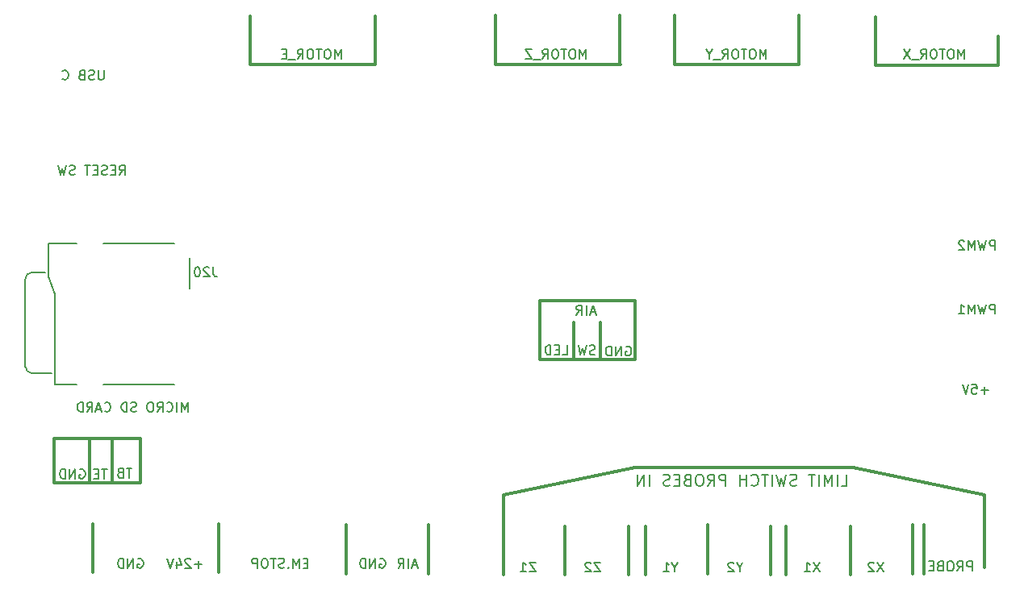
<source format=gbr>
%TF.GenerationSoftware,KiCad,Pcbnew,9.0.1-9.0.1-0~ubuntu24.04.1*%
%TF.CreationDate,2025-04-30T23:19:22+03:00*%
%TF.ProjectId,HYB_ESPA,4859425f-4553-4504-912e-6b696361645f,V_0.1b*%
%TF.SameCoordinates,PX5f5e100PY5f5e100*%
%TF.FileFunction,Legend,Bot*%
%TF.FilePolarity,Positive*%
%FSLAX46Y46*%
G04 Gerber Fmt 4.6, Leading zero omitted, Abs format (unit mm)*
G04 Created by KiCad (PCBNEW 9.0.1-9.0.1-0~ubuntu24.04.1) date 2025-04-30 23:19:22*
%MOMM*%
%LPD*%
G01*
G04 APERTURE LIST*
%ADD10C,0.300000*%
%ADD11C,0.200000*%
G04 APERTURE END LIST*
D10*
X98300000Y8600000D02*
X84500000Y11500000D01*
X90800000Y350000D02*
X90800000Y5450000D01*
X47900000Y250000D02*
X47900000Y8600000D01*
X60100000Y53850000D02*
X60100000Y58950000D01*
X84300000Y250000D02*
X84300000Y5350000D01*
X700000Y14500000D02*
X9800000Y14500000D01*
X9800000Y9900000D01*
X700000Y9900000D01*
X700000Y14500000D01*
X69300000Y350000D02*
X69300000Y5450000D01*
X54300000Y250000D02*
X54300000Y5350000D01*
X34400000Y53800000D02*
X34400000Y58900000D01*
X98300000Y1000000D02*
X98300000Y8600000D01*
X62800000Y250000D02*
X62800000Y5350000D01*
X4800000Y450000D02*
X4800000Y5550000D01*
X60150000Y53850000D02*
X47050000Y53850000D01*
X61000000Y250000D02*
X61000000Y5350000D01*
X99800000Y53750000D02*
X86900000Y53750000D01*
X84500000Y11500000D02*
X61700000Y11500000D01*
X34400000Y53800000D02*
X21300000Y53800000D01*
X99800000Y53750000D02*
X99800000Y56800000D01*
X47000000Y53850000D02*
X47000000Y58950000D01*
X55200000Y22800000D02*
X55200000Y26700000D01*
X58000000Y22800000D02*
X58000000Y26700000D01*
X31400000Y350000D02*
X31400000Y5450000D01*
X47900000Y8600000D02*
X61700000Y11500000D01*
X18000000Y450000D02*
X18000000Y5550000D01*
X4400000Y9900000D02*
X4400000Y14300000D01*
X75900000Y250000D02*
X75900000Y5350000D01*
X77500000Y250000D02*
X77500000Y5350000D01*
X78900000Y53850000D02*
X65800000Y53850000D01*
X86900000Y53750000D02*
X86900000Y58850000D01*
X21300000Y53800000D02*
X21300000Y58900000D01*
X40000000Y350000D02*
X40000000Y5450000D01*
X92000000Y350000D02*
X92000000Y5450000D01*
X65800000Y53850000D02*
X65800000Y58950000D01*
X51700000Y29000000D02*
X61700000Y29000000D01*
X61700000Y22800000D01*
X51700000Y22800000D01*
X51700000Y29000000D01*
X6800000Y9900000D02*
X6800000Y14300000D01*
X78900000Y53850000D02*
X78900000Y58950000D01*
D11*
X51225564Y1532781D02*
X50558898Y1532781D01*
X50558898Y1532781D02*
X51225564Y532781D01*
X51225564Y532781D02*
X50558898Y532781D01*
X49654136Y532781D02*
X50225564Y532781D01*
X49939850Y532781D02*
X49939850Y1532781D01*
X49939850Y1532781D02*
X50035088Y1389924D01*
X50035088Y1389924D02*
X50130326Y1294686D01*
X50130326Y1294686D02*
X50225564Y1247067D01*
X60706517Y24185162D02*
X60801755Y24232781D01*
X60801755Y24232781D02*
X60944612Y24232781D01*
X60944612Y24232781D02*
X61087469Y24185162D01*
X61087469Y24185162D02*
X61182707Y24089924D01*
X61182707Y24089924D02*
X61230326Y23994686D01*
X61230326Y23994686D02*
X61277945Y23804210D01*
X61277945Y23804210D02*
X61277945Y23661353D01*
X61277945Y23661353D02*
X61230326Y23470877D01*
X61230326Y23470877D02*
X61182707Y23375639D01*
X61182707Y23375639D02*
X61087469Y23280400D01*
X61087469Y23280400D02*
X60944612Y23232781D01*
X60944612Y23232781D02*
X60849374Y23232781D01*
X60849374Y23232781D02*
X60706517Y23280400D01*
X60706517Y23280400D02*
X60658898Y23328020D01*
X60658898Y23328020D02*
X60658898Y23661353D01*
X60658898Y23661353D02*
X60849374Y23661353D01*
X60230326Y23232781D02*
X60230326Y24232781D01*
X60230326Y24232781D02*
X59658898Y23232781D01*
X59658898Y23232781D02*
X59658898Y24232781D01*
X59182707Y23232781D02*
X59182707Y24232781D01*
X59182707Y24232781D02*
X58944612Y24232781D01*
X58944612Y24232781D02*
X58801755Y24185162D01*
X58801755Y24185162D02*
X58706517Y24089924D01*
X58706517Y24089924D02*
X58658898Y23994686D01*
X58658898Y23994686D02*
X58611279Y23804210D01*
X58611279Y23804210D02*
X58611279Y23661353D01*
X58611279Y23661353D02*
X58658898Y23470877D01*
X58658898Y23470877D02*
X58706517Y23375639D01*
X58706517Y23375639D02*
X58801755Y23280400D01*
X58801755Y23280400D02*
X58944612Y23232781D01*
X58944612Y23232781D02*
X59182707Y23232781D01*
X54054136Y23332781D02*
X54530326Y23332781D01*
X54530326Y23332781D02*
X54530326Y24332781D01*
X53720802Y23856591D02*
X53387469Y23856591D01*
X53244612Y23332781D02*
X53720802Y23332781D01*
X53720802Y23332781D02*
X53720802Y24332781D01*
X53720802Y24332781D02*
X53244612Y24332781D01*
X52816040Y23332781D02*
X52816040Y24332781D01*
X52816040Y24332781D02*
X52577945Y24332781D01*
X52577945Y24332781D02*
X52435088Y24285162D01*
X52435088Y24285162D02*
X52339850Y24189924D01*
X52339850Y24189924D02*
X52292231Y24094686D01*
X52292231Y24094686D02*
X52244612Y23904210D01*
X52244612Y23904210D02*
X52244612Y23761353D01*
X52244612Y23761353D02*
X52292231Y23570877D01*
X52292231Y23570877D02*
X52339850Y23475639D01*
X52339850Y23475639D02*
X52435088Y23380400D01*
X52435088Y23380400D02*
X52577945Y23332781D01*
X52577945Y23332781D02*
X52816040Y23332781D01*
X34906517Y1885162D02*
X35001755Y1932781D01*
X35001755Y1932781D02*
X35144612Y1932781D01*
X35144612Y1932781D02*
X35287469Y1885162D01*
X35287469Y1885162D02*
X35382707Y1789924D01*
X35382707Y1789924D02*
X35430326Y1694686D01*
X35430326Y1694686D02*
X35477945Y1504210D01*
X35477945Y1504210D02*
X35477945Y1361353D01*
X35477945Y1361353D02*
X35430326Y1170877D01*
X35430326Y1170877D02*
X35382707Y1075639D01*
X35382707Y1075639D02*
X35287469Y980400D01*
X35287469Y980400D02*
X35144612Y932781D01*
X35144612Y932781D02*
X35049374Y932781D01*
X35049374Y932781D02*
X34906517Y980400D01*
X34906517Y980400D02*
X34858898Y1028020D01*
X34858898Y1028020D02*
X34858898Y1361353D01*
X34858898Y1361353D02*
X35049374Y1361353D01*
X34430326Y932781D02*
X34430326Y1932781D01*
X34430326Y1932781D02*
X33858898Y932781D01*
X33858898Y932781D02*
X33858898Y1932781D01*
X33382707Y932781D02*
X33382707Y1932781D01*
X33382707Y1932781D02*
X33144612Y1932781D01*
X33144612Y1932781D02*
X33001755Y1885162D01*
X33001755Y1885162D02*
X32906517Y1789924D01*
X32906517Y1789924D02*
X32858898Y1694686D01*
X32858898Y1694686D02*
X32811279Y1504210D01*
X32811279Y1504210D02*
X32811279Y1361353D01*
X32811279Y1361353D02*
X32858898Y1170877D01*
X32858898Y1170877D02*
X32906517Y1075639D01*
X32906517Y1075639D02*
X33001755Y980400D01*
X33001755Y980400D02*
X33144612Y932781D01*
X33144612Y932781D02*
X33382707Y932781D01*
X81025564Y1532781D02*
X80358898Y532781D01*
X80358898Y1532781D02*
X81025564Y532781D01*
X79454136Y532781D02*
X80025564Y532781D01*
X79739850Y532781D02*
X79739850Y1532781D01*
X79739850Y1532781D02*
X79835088Y1389924D01*
X79835088Y1389924D02*
X79930326Y1294686D01*
X79930326Y1294686D02*
X80025564Y1247067D01*
X57477945Y27818496D02*
X57001755Y27818496D01*
X57573183Y27532781D02*
X57239850Y28532781D01*
X57239850Y28532781D02*
X56906517Y27532781D01*
X56573183Y27532781D02*
X56573183Y28532781D01*
X55525565Y27532781D02*
X55858898Y28008972D01*
X56096993Y27532781D02*
X56096993Y28532781D01*
X56096993Y28532781D02*
X55716041Y28532781D01*
X55716041Y28532781D02*
X55620803Y28485162D01*
X55620803Y28485162D02*
X55573184Y28437543D01*
X55573184Y28437543D02*
X55525565Y28342305D01*
X55525565Y28342305D02*
X55525565Y28199448D01*
X55525565Y28199448D02*
X55573184Y28104210D01*
X55573184Y28104210D02*
X55620803Y28056591D01*
X55620803Y28056591D02*
X55716041Y28008972D01*
X55716041Y28008972D02*
X56096993Y28008972D01*
X65839850Y1008972D02*
X65839850Y532781D01*
X66173183Y1532781D02*
X65839850Y1008972D01*
X65839850Y1008972D02*
X65506517Y1532781D01*
X64649374Y532781D02*
X65220802Y532781D01*
X64935088Y532781D02*
X64935088Y1532781D01*
X64935088Y1532781D02*
X65030326Y1389924D01*
X65030326Y1389924D02*
X65125564Y1294686D01*
X65125564Y1294686D02*
X65220802Y1247067D01*
X57477945Y23380400D02*
X57335088Y23332781D01*
X57335088Y23332781D02*
X57096993Y23332781D01*
X57096993Y23332781D02*
X57001755Y23380400D01*
X57001755Y23380400D02*
X56954136Y23428020D01*
X56954136Y23428020D02*
X56906517Y23523258D01*
X56906517Y23523258D02*
X56906517Y23618496D01*
X56906517Y23618496D02*
X56954136Y23713734D01*
X56954136Y23713734D02*
X57001755Y23761353D01*
X57001755Y23761353D02*
X57096993Y23808972D01*
X57096993Y23808972D02*
X57287469Y23856591D01*
X57287469Y23856591D02*
X57382707Y23904210D01*
X57382707Y23904210D02*
X57430326Y23951829D01*
X57430326Y23951829D02*
X57477945Y24047067D01*
X57477945Y24047067D02*
X57477945Y24142305D01*
X57477945Y24142305D02*
X57430326Y24237543D01*
X57430326Y24237543D02*
X57382707Y24285162D01*
X57382707Y24285162D02*
X57287469Y24332781D01*
X57287469Y24332781D02*
X57049374Y24332781D01*
X57049374Y24332781D02*
X56906517Y24285162D01*
X56573183Y24332781D02*
X56335088Y23332781D01*
X56335088Y23332781D02*
X56144612Y24047067D01*
X56144612Y24047067D02*
X55954136Y23332781D01*
X55954136Y23332781D02*
X55716041Y24332781D01*
X38777945Y1218496D02*
X38301755Y1218496D01*
X38873183Y932781D02*
X38539850Y1932781D01*
X38539850Y1932781D02*
X38206517Y932781D01*
X37873183Y932781D02*
X37873183Y1932781D01*
X36825565Y932781D02*
X37158898Y1408972D01*
X37396993Y932781D02*
X37396993Y1932781D01*
X37396993Y1932781D02*
X37016041Y1932781D01*
X37016041Y1932781D02*
X36920803Y1885162D01*
X36920803Y1885162D02*
X36873184Y1837543D01*
X36873184Y1837543D02*
X36825565Y1742305D01*
X36825565Y1742305D02*
X36825565Y1599448D01*
X36825565Y1599448D02*
X36873184Y1504210D01*
X36873184Y1504210D02*
X36920803Y1456591D01*
X36920803Y1456591D02*
X37016041Y1408972D01*
X37016041Y1408972D02*
X37396993Y1408972D01*
X8873183Y11432781D02*
X8301755Y11432781D01*
X8587469Y10432781D02*
X8587469Y11432781D01*
X7635088Y10956591D02*
X7492231Y10908972D01*
X7492231Y10908972D02*
X7444612Y10861353D01*
X7444612Y10861353D02*
X7396993Y10766115D01*
X7396993Y10766115D02*
X7396993Y10623258D01*
X7396993Y10623258D02*
X7444612Y10528020D01*
X7444612Y10528020D02*
X7492231Y10480400D01*
X7492231Y10480400D02*
X7587469Y10432781D01*
X7587469Y10432781D02*
X7968421Y10432781D01*
X7968421Y10432781D02*
X7968421Y11432781D01*
X7968421Y11432781D02*
X7635088Y11432781D01*
X7635088Y11432781D02*
X7539850Y11385162D01*
X7539850Y11385162D02*
X7492231Y11337543D01*
X7492231Y11337543D02*
X7444612Y11242305D01*
X7444612Y11242305D02*
X7444612Y11147067D01*
X7444612Y11147067D02*
X7492231Y11051829D01*
X7492231Y11051829D02*
X7539850Y11004210D01*
X7539850Y11004210D02*
X7635088Y10956591D01*
X7635088Y10956591D02*
X7968421Y10956591D01*
X3406517Y11285162D02*
X3501755Y11332781D01*
X3501755Y11332781D02*
X3644612Y11332781D01*
X3644612Y11332781D02*
X3787469Y11285162D01*
X3787469Y11285162D02*
X3882707Y11189924D01*
X3882707Y11189924D02*
X3930326Y11094686D01*
X3930326Y11094686D02*
X3977945Y10904210D01*
X3977945Y10904210D02*
X3977945Y10761353D01*
X3977945Y10761353D02*
X3930326Y10570877D01*
X3930326Y10570877D02*
X3882707Y10475639D01*
X3882707Y10475639D02*
X3787469Y10380400D01*
X3787469Y10380400D02*
X3644612Y10332781D01*
X3644612Y10332781D02*
X3549374Y10332781D01*
X3549374Y10332781D02*
X3406517Y10380400D01*
X3406517Y10380400D02*
X3358898Y10428020D01*
X3358898Y10428020D02*
X3358898Y10761353D01*
X3358898Y10761353D02*
X3549374Y10761353D01*
X2930326Y10332781D02*
X2930326Y11332781D01*
X2930326Y11332781D02*
X2358898Y10332781D01*
X2358898Y10332781D02*
X2358898Y11332781D01*
X1882707Y10332781D02*
X1882707Y11332781D01*
X1882707Y11332781D02*
X1644612Y11332781D01*
X1644612Y11332781D02*
X1501755Y11285162D01*
X1501755Y11285162D02*
X1406517Y11189924D01*
X1406517Y11189924D02*
X1358898Y11094686D01*
X1358898Y11094686D02*
X1311279Y10904210D01*
X1311279Y10904210D02*
X1311279Y10761353D01*
X1311279Y10761353D02*
X1358898Y10570877D01*
X1358898Y10570877D02*
X1406517Y10475639D01*
X1406517Y10475639D02*
X1501755Y10380400D01*
X1501755Y10380400D02*
X1644612Y10332781D01*
X1644612Y10332781D02*
X1882707Y10332781D01*
X30830326Y54432781D02*
X30830326Y55432781D01*
X30830326Y55432781D02*
X30496993Y54718496D01*
X30496993Y54718496D02*
X30163660Y55432781D01*
X30163660Y55432781D02*
X30163660Y54432781D01*
X29496993Y55432781D02*
X29306517Y55432781D01*
X29306517Y55432781D02*
X29211279Y55385162D01*
X29211279Y55385162D02*
X29116041Y55289924D01*
X29116041Y55289924D02*
X29068422Y55099448D01*
X29068422Y55099448D02*
X29068422Y54766115D01*
X29068422Y54766115D02*
X29116041Y54575639D01*
X29116041Y54575639D02*
X29211279Y54480400D01*
X29211279Y54480400D02*
X29306517Y54432781D01*
X29306517Y54432781D02*
X29496993Y54432781D01*
X29496993Y54432781D02*
X29592231Y54480400D01*
X29592231Y54480400D02*
X29687469Y54575639D01*
X29687469Y54575639D02*
X29735088Y54766115D01*
X29735088Y54766115D02*
X29735088Y55099448D01*
X29735088Y55099448D02*
X29687469Y55289924D01*
X29687469Y55289924D02*
X29592231Y55385162D01*
X29592231Y55385162D02*
X29496993Y55432781D01*
X28782707Y55432781D02*
X28211279Y55432781D01*
X28496993Y54432781D02*
X28496993Y55432781D01*
X27687469Y55432781D02*
X27496993Y55432781D01*
X27496993Y55432781D02*
X27401755Y55385162D01*
X27401755Y55385162D02*
X27306517Y55289924D01*
X27306517Y55289924D02*
X27258898Y55099448D01*
X27258898Y55099448D02*
X27258898Y54766115D01*
X27258898Y54766115D02*
X27306517Y54575639D01*
X27306517Y54575639D02*
X27401755Y54480400D01*
X27401755Y54480400D02*
X27496993Y54432781D01*
X27496993Y54432781D02*
X27687469Y54432781D01*
X27687469Y54432781D02*
X27782707Y54480400D01*
X27782707Y54480400D02*
X27877945Y54575639D01*
X27877945Y54575639D02*
X27925564Y54766115D01*
X27925564Y54766115D02*
X27925564Y55099448D01*
X27925564Y55099448D02*
X27877945Y55289924D01*
X27877945Y55289924D02*
X27782707Y55385162D01*
X27782707Y55385162D02*
X27687469Y55432781D01*
X26258898Y54432781D02*
X26592231Y54908972D01*
X26830326Y54432781D02*
X26830326Y55432781D01*
X26830326Y55432781D02*
X26449374Y55432781D01*
X26449374Y55432781D02*
X26354136Y55385162D01*
X26354136Y55385162D02*
X26306517Y55337543D01*
X26306517Y55337543D02*
X26258898Y55242305D01*
X26258898Y55242305D02*
X26258898Y55099448D01*
X26258898Y55099448D02*
X26306517Y55004210D01*
X26306517Y55004210D02*
X26354136Y54956591D01*
X26354136Y54956591D02*
X26449374Y54908972D01*
X26449374Y54908972D02*
X26830326Y54908972D01*
X26068422Y54337543D02*
X25306517Y54337543D01*
X25068421Y54956591D02*
X24735088Y54956591D01*
X24592231Y54432781D02*
X25068421Y54432781D01*
X25068421Y54432781D02*
X25068421Y55432781D01*
X25068421Y55432781D02*
X24592231Y55432781D01*
X7558898Y42232781D02*
X7892231Y42708972D01*
X8130326Y42232781D02*
X8130326Y43232781D01*
X8130326Y43232781D02*
X7749374Y43232781D01*
X7749374Y43232781D02*
X7654136Y43185162D01*
X7654136Y43185162D02*
X7606517Y43137543D01*
X7606517Y43137543D02*
X7558898Y43042305D01*
X7558898Y43042305D02*
X7558898Y42899448D01*
X7558898Y42899448D02*
X7606517Y42804210D01*
X7606517Y42804210D02*
X7654136Y42756591D01*
X7654136Y42756591D02*
X7749374Y42708972D01*
X7749374Y42708972D02*
X8130326Y42708972D01*
X7130326Y42756591D02*
X6796993Y42756591D01*
X6654136Y42232781D02*
X7130326Y42232781D01*
X7130326Y42232781D02*
X7130326Y43232781D01*
X7130326Y43232781D02*
X6654136Y43232781D01*
X6273183Y42280400D02*
X6130326Y42232781D01*
X6130326Y42232781D02*
X5892231Y42232781D01*
X5892231Y42232781D02*
X5796993Y42280400D01*
X5796993Y42280400D02*
X5749374Y42328020D01*
X5749374Y42328020D02*
X5701755Y42423258D01*
X5701755Y42423258D02*
X5701755Y42518496D01*
X5701755Y42518496D02*
X5749374Y42613734D01*
X5749374Y42613734D02*
X5796993Y42661353D01*
X5796993Y42661353D02*
X5892231Y42708972D01*
X5892231Y42708972D02*
X6082707Y42756591D01*
X6082707Y42756591D02*
X6177945Y42804210D01*
X6177945Y42804210D02*
X6225564Y42851829D01*
X6225564Y42851829D02*
X6273183Y42947067D01*
X6273183Y42947067D02*
X6273183Y43042305D01*
X6273183Y43042305D02*
X6225564Y43137543D01*
X6225564Y43137543D02*
X6177945Y43185162D01*
X6177945Y43185162D02*
X6082707Y43232781D01*
X6082707Y43232781D02*
X5844612Y43232781D01*
X5844612Y43232781D02*
X5701755Y43185162D01*
X5273183Y42756591D02*
X4939850Y42756591D01*
X4796993Y42232781D02*
X5273183Y42232781D01*
X5273183Y42232781D02*
X5273183Y43232781D01*
X5273183Y43232781D02*
X4796993Y43232781D01*
X4511278Y43232781D02*
X3939850Y43232781D01*
X4225564Y42232781D02*
X4225564Y43232781D01*
X2892230Y42280400D02*
X2749373Y42232781D01*
X2749373Y42232781D02*
X2511278Y42232781D01*
X2511278Y42232781D02*
X2416040Y42280400D01*
X2416040Y42280400D02*
X2368421Y42328020D01*
X2368421Y42328020D02*
X2320802Y42423258D01*
X2320802Y42423258D02*
X2320802Y42518496D01*
X2320802Y42518496D02*
X2368421Y42613734D01*
X2368421Y42613734D02*
X2416040Y42661353D01*
X2416040Y42661353D02*
X2511278Y42708972D01*
X2511278Y42708972D02*
X2701754Y42756591D01*
X2701754Y42756591D02*
X2796992Y42804210D01*
X2796992Y42804210D02*
X2844611Y42851829D01*
X2844611Y42851829D02*
X2892230Y42947067D01*
X2892230Y42947067D02*
X2892230Y43042305D01*
X2892230Y43042305D02*
X2844611Y43137543D01*
X2844611Y43137543D02*
X2796992Y43185162D01*
X2796992Y43185162D02*
X2701754Y43232781D01*
X2701754Y43232781D02*
X2463659Y43232781D01*
X2463659Y43232781D02*
X2320802Y43185162D01*
X1987468Y43232781D02*
X1749373Y42232781D01*
X1749373Y42232781D02*
X1558897Y42947067D01*
X1558897Y42947067D02*
X1368421Y42232781D01*
X1368421Y42232781D02*
X1130326Y43232781D01*
X96230326Y54432781D02*
X96230326Y55432781D01*
X96230326Y55432781D02*
X95896993Y54718496D01*
X95896993Y54718496D02*
X95563660Y55432781D01*
X95563660Y55432781D02*
X95563660Y54432781D01*
X94896993Y55432781D02*
X94706517Y55432781D01*
X94706517Y55432781D02*
X94611279Y55385162D01*
X94611279Y55385162D02*
X94516041Y55289924D01*
X94516041Y55289924D02*
X94468422Y55099448D01*
X94468422Y55099448D02*
X94468422Y54766115D01*
X94468422Y54766115D02*
X94516041Y54575639D01*
X94516041Y54575639D02*
X94611279Y54480400D01*
X94611279Y54480400D02*
X94706517Y54432781D01*
X94706517Y54432781D02*
X94896993Y54432781D01*
X94896993Y54432781D02*
X94992231Y54480400D01*
X94992231Y54480400D02*
X95087469Y54575639D01*
X95087469Y54575639D02*
X95135088Y54766115D01*
X95135088Y54766115D02*
X95135088Y55099448D01*
X95135088Y55099448D02*
X95087469Y55289924D01*
X95087469Y55289924D02*
X94992231Y55385162D01*
X94992231Y55385162D02*
X94896993Y55432781D01*
X94182707Y55432781D02*
X93611279Y55432781D01*
X93896993Y54432781D02*
X93896993Y55432781D01*
X93087469Y55432781D02*
X92896993Y55432781D01*
X92896993Y55432781D02*
X92801755Y55385162D01*
X92801755Y55385162D02*
X92706517Y55289924D01*
X92706517Y55289924D02*
X92658898Y55099448D01*
X92658898Y55099448D02*
X92658898Y54766115D01*
X92658898Y54766115D02*
X92706517Y54575639D01*
X92706517Y54575639D02*
X92801755Y54480400D01*
X92801755Y54480400D02*
X92896993Y54432781D01*
X92896993Y54432781D02*
X93087469Y54432781D01*
X93087469Y54432781D02*
X93182707Y54480400D01*
X93182707Y54480400D02*
X93277945Y54575639D01*
X93277945Y54575639D02*
X93325564Y54766115D01*
X93325564Y54766115D02*
X93325564Y55099448D01*
X93325564Y55099448D02*
X93277945Y55289924D01*
X93277945Y55289924D02*
X93182707Y55385162D01*
X93182707Y55385162D02*
X93087469Y55432781D01*
X91658898Y54432781D02*
X91992231Y54908972D01*
X92230326Y54432781D02*
X92230326Y55432781D01*
X92230326Y55432781D02*
X91849374Y55432781D01*
X91849374Y55432781D02*
X91754136Y55385162D01*
X91754136Y55385162D02*
X91706517Y55337543D01*
X91706517Y55337543D02*
X91658898Y55242305D01*
X91658898Y55242305D02*
X91658898Y55099448D01*
X91658898Y55099448D02*
X91706517Y55004210D01*
X91706517Y55004210D02*
X91754136Y54956591D01*
X91754136Y54956591D02*
X91849374Y54908972D01*
X91849374Y54908972D02*
X92230326Y54908972D01*
X91468422Y54337543D02*
X90706517Y54337543D01*
X90563659Y55432781D02*
X89896993Y54432781D01*
X89896993Y55432781D02*
X90563659Y54432781D01*
X99430326Y34332781D02*
X99430326Y35332781D01*
X99430326Y35332781D02*
X99049374Y35332781D01*
X99049374Y35332781D02*
X98954136Y35285162D01*
X98954136Y35285162D02*
X98906517Y35237543D01*
X98906517Y35237543D02*
X98858898Y35142305D01*
X98858898Y35142305D02*
X98858898Y34999448D01*
X98858898Y34999448D02*
X98906517Y34904210D01*
X98906517Y34904210D02*
X98954136Y34856591D01*
X98954136Y34856591D02*
X99049374Y34808972D01*
X99049374Y34808972D02*
X99430326Y34808972D01*
X98525564Y35332781D02*
X98287469Y34332781D01*
X98287469Y34332781D02*
X98096993Y35047067D01*
X98096993Y35047067D02*
X97906517Y34332781D01*
X97906517Y34332781D02*
X97668422Y35332781D01*
X97287469Y34332781D02*
X97287469Y35332781D01*
X97287469Y35332781D02*
X96954136Y34618496D01*
X96954136Y34618496D02*
X96620803Y35332781D01*
X96620803Y35332781D02*
X96620803Y34332781D01*
X96192231Y35237543D02*
X96144612Y35285162D01*
X96144612Y35285162D02*
X96049374Y35332781D01*
X96049374Y35332781D02*
X95811279Y35332781D01*
X95811279Y35332781D02*
X95716041Y35285162D01*
X95716041Y35285162D02*
X95668422Y35237543D01*
X95668422Y35237543D02*
X95620803Y35142305D01*
X95620803Y35142305D02*
X95620803Y35047067D01*
X95620803Y35047067D02*
X95668422Y34904210D01*
X95668422Y34904210D02*
X96239850Y34332781D01*
X96239850Y34332781D02*
X95620803Y34332781D01*
X5930326Y53232781D02*
X5930326Y52423258D01*
X5930326Y52423258D02*
X5882707Y52328020D01*
X5882707Y52328020D02*
X5835088Y52280400D01*
X5835088Y52280400D02*
X5739850Y52232781D01*
X5739850Y52232781D02*
X5549374Y52232781D01*
X5549374Y52232781D02*
X5454136Y52280400D01*
X5454136Y52280400D02*
X5406517Y52328020D01*
X5406517Y52328020D02*
X5358898Y52423258D01*
X5358898Y52423258D02*
X5358898Y53232781D01*
X4930326Y52280400D02*
X4787469Y52232781D01*
X4787469Y52232781D02*
X4549374Y52232781D01*
X4549374Y52232781D02*
X4454136Y52280400D01*
X4454136Y52280400D02*
X4406517Y52328020D01*
X4406517Y52328020D02*
X4358898Y52423258D01*
X4358898Y52423258D02*
X4358898Y52518496D01*
X4358898Y52518496D02*
X4406517Y52613734D01*
X4406517Y52613734D02*
X4454136Y52661353D01*
X4454136Y52661353D02*
X4549374Y52708972D01*
X4549374Y52708972D02*
X4739850Y52756591D01*
X4739850Y52756591D02*
X4835088Y52804210D01*
X4835088Y52804210D02*
X4882707Y52851829D01*
X4882707Y52851829D02*
X4930326Y52947067D01*
X4930326Y52947067D02*
X4930326Y53042305D01*
X4930326Y53042305D02*
X4882707Y53137543D01*
X4882707Y53137543D02*
X4835088Y53185162D01*
X4835088Y53185162D02*
X4739850Y53232781D01*
X4739850Y53232781D02*
X4501755Y53232781D01*
X4501755Y53232781D02*
X4358898Y53185162D01*
X3596993Y52756591D02*
X3454136Y52708972D01*
X3454136Y52708972D02*
X3406517Y52661353D01*
X3406517Y52661353D02*
X3358898Y52566115D01*
X3358898Y52566115D02*
X3358898Y52423258D01*
X3358898Y52423258D02*
X3406517Y52328020D01*
X3406517Y52328020D02*
X3454136Y52280400D01*
X3454136Y52280400D02*
X3549374Y52232781D01*
X3549374Y52232781D02*
X3930326Y52232781D01*
X3930326Y52232781D02*
X3930326Y53232781D01*
X3930326Y53232781D02*
X3596993Y53232781D01*
X3596993Y53232781D02*
X3501755Y53185162D01*
X3501755Y53185162D02*
X3454136Y53137543D01*
X3454136Y53137543D02*
X3406517Y53042305D01*
X3406517Y53042305D02*
X3406517Y52947067D01*
X3406517Y52947067D02*
X3454136Y52851829D01*
X3454136Y52851829D02*
X3501755Y52804210D01*
X3501755Y52804210D02*
X3596993Y52756591D01*
X3596993Y52756591D02*
X3930326Y52756591D01*
X1596993Y52328020D02*
X1644612Y52280400D01*
X1644612Y52280400D02*
X1787469Y52232781D01*
X1787469Y52232781D02*
X1882707Y52232781D01*
X1882707Y52232781D02*
X2025564Y52280400D01*
X2025564Y52280400D02*
X2120802Y52375639D01*
X2120802Y52375639D02*
X2168421Y52470877D01*
X2168421Y52470877D02*
X2216040Y52661353D01*
X2216040Y52661353D02*
X2216040Y52804210D01*
X2216040Y52804210D02*
X2168421Y52994686D01*
X2168421Y52994686D02*
X2120802Y53089924D01*
X2120802Y53089924D02*
X2025564Y53185162D01*
X2025564Y53185162D02*
X1882707Y53232781D01*
X1882707Y53232781D02*
X1787469Y53232781D01*
X1787469Y53232781D02*
X1644612Y53185162D01*
X1644612Y53185162D02*
X1596993Y53137543D01*
X6273183Y11332781D02*
X5701755Y11332781D01*
X5987469Y10332781D02*
X5987469Y11332781D01*
X5368421Y10856591D02*
X5035088Y10856591D01*
X4892231Y10332781D02*
X5368421Y10332781D01*
X5368421Y10332781D02*
X5368421Y11332781D01*
X5368421Y11332781D02*
X4892231Y11332781D01*
X56530326Y54432781D02*
X56530326Y55432781D01*
X56530326Y55432781D02*
X56196993Y54718496D01*
X56196993Y54718496D02*
X55863660Y55432781D01*
X55863660Y55432781D02*
X55863660Y54432781D01*
X55196993Y55432781D02*
X55006517Y55432781D01*
X55006517Y55432781D02*
X54911279Y55385162D01*
X54911279Y55385162D02*
X54816041Y55289924D01*
X54816041Y55289924D02*
X54768422Y55099448D01*
X54768422Y55099448D02*
X54768422Y54766115D01*
X54768422Y54766115D02*
X54816041Y54575639D01*
X54816041Y54575639D02*
X54911279Y54480400D01*
X54911279Y54480400D02*
X55006517Y54432781D01*
X55006517Y54432781D02*
X55196993Y54432781D01*
X55196993Y54432781D02*
X55292231Y54480400D01*
X55292231Y54480400D02*
X55387469Y54575639D01*
X55387469Y54575639D02*
X55435088Y54766115D01*
X55435088Y54766115D02*
X55435088Y55099448D01*
X55435088Y55099448D02*
X55387469Y55289924D01*
X55387469Y55289924D02*
X55292231Y55385162D01*
X55292231Y55385162D02*
X55196993Y55432781D01*
X54482707Y55432781D02*
X53911279Y55432781D01*
X54196993Y54432781D02*
X54196993Y55432781D01*
X53387469Y55432781D02*
X53196993Y55432781D01*
X53196993Y55432781D02*
X53101755Y55385162D01*
X53101755Y55385162D02*
X53006517Y55289924D01*
X53006517Y55289924D02*
X52958898Y55099448D01*
X52958898Y55099448D02*
X52958898Y54766115D01*
X52958898Y54766115D02*
X53006517Y54575639D01*
X53006517Y54575639D02*
X53101755Y54480400D01*
X53101755Y54480400D02*
X53196993Y54432781D01*
X53196993Y54432781D02*
X53387469Y54432781D01*
X53387469Y54432781D02*
X53482707Y54480400D01*
X53482707Y54480400D02*
X53577945Y54575639D01*
X53577945Y54575639D02*
X53625564Y54766115D01*
X53625564Y54766115D02*
X53625564Y55099448D01*
X53625564Y55099448D02*
X53577945Y55289924D01*
X53577945Y55289924D02*
X53482707Y55385162D01*
X53482707Y55385162D02*
X53387469Y55432781D01*
X51958898Y54432781D02*
X52292231Y54908972D01*
X52530326Y54432781D02*
X52530326Y55432781D01*
X52530326Y55432781D02*
X52149374Y55432781D01*
X52149374Y55432781D02*
X52054136Y55385162D01*
X52054136Y55385162D02*
X52006517Y55337543D01*
X52006517Y55337543D02*
X51958898Y55242305D01*
X51958898Y55242305D02*
X51958898Y55099448D01*
X51958898Y55099448D02*
X52006517Y55004210D01*
X52006517Y55004210D02*
X52054136Y54956591D01*
X52054136Y54956591D02*
X52149374Y54908972D01*
X52149374Y54908972D02*
X52530326Y54908972D01*
X51768422Y54337543D02*
X51006517Y54337543D01*
X50863659Y55432781D02*
X50196993Y55432781D01*
X50196993Y55432781D02*
X50863659Y54432781D01*
X50863659Y54432781D02*
X50196993Y54432781D01*
X87725564Y1532781D02*
X87058898Y532781D01*
X87058898Y1532781D02*
X87725564Y532781D01*
X86725564Y1437543D02*
X86677945Y1485162D01*
X86677945Y1485162D02*
X86582707Y1532781D01*
X86582707Y1532781D02*
X86344612Y1532781D01*
X86344612Y1532781D02*
X86249374Y1485162D01*
X86249374Y1485162D02*
X86201755Y1437543D01*
X86201755Y1437543D02*
X86154136Y1342305D01*
X86154136Y1342305D02*
X86154136Y1247067D01*
X86154136Y1247067D02*
X86201755Y1104210D01*
X86201755Y1104210D02*
X86773183Y532781D01*
X86773183Y532781D02*
X86154136Y532781D01*
X99430326Y27632781D02*
X99430326Y28632781D01*
X99430326Y28632781D02*
X99049374Y28632781D01*
X99049374Y28632781D02*
X98954136Y28585162D01*
X98954136Y28585162D02*
X98906517Y28537543D01*
X98906517Y28537543D02*
X98858898Y28442305D01*
X98858898Y28442305D02*
X98858898Y28299448D01*
X98858898Y28299448D02*
X98906517Y28204210D01*
X98906517Y28204210D02*
X98954136Y28156591D01*
X98954136Y28156591D02*
X99049374Y28108972D01*
X99049374Y28108972D02*
X99430326Y28108972D01*
X98525564Y28632781D02*
X98287469Y27632781D01*
X98287469Y27632781D02*
X98096993Y28347067D01*
X98096993Y28347067D02*
X97906517Y27632781D01*
X97906517Y27632781D02*
X97668422Y28632781D01*
X97287469Y27632781D02*
X97287469Y28632781D01*
X97287469Y28632781D02*
X96954136Y27918496D01*
X96954136Y27918496D02*
X96620803Y28632781D01*
X96620803Y28632781D02*
X96620803Y27632781D01*
X95620803Y27632781D02*
X96192231Y27632781D01*
X95906517Y27632781D02*
X95906517Y28632781D01*
X95906517Y28632781D02*
X96001755Y28489924D01*
X96001755Y28489924D02*
X96096993Y28394686D01*
X96096993Y28394686D02*
X96192231Y28347067D01*
X58025564Y1532781D02*
X57358898Y1532781D01*
X57358898Y1532781D02*
X58025564Y532781D01*
X58025564Y532781D02*
X57358898Y532781D01*
X57025564Y1437543D02*
X56977945Y1485162D01*
X56977945Y1485162D02*
X56882707Y1532781D01*
X56882707Y1532781D02*
X56644612Y1532781D01*
X56644612Y1532781D02*
X56549374Y1485162D01*
X56549374Y1485162D02*
X56501755Y1437543D01*
X56501755Y1437543D02*
X56454136Y1342305D01*
X56454136Y1342305D02*
X56454136Y1247067D01*
X56454136Y1247067D02*
X56501755Y1104210D01*
X56501755Y1104210D02*
X57073183Y532781D01*
X57073183Y532781D02*
X56454136Y532781D01*
X9506517Y1885162D02*
X9601755Y1932781D01*
X9601755Y1932781D02*
X9744612Y1932781D01*
X9744612Y1932781D02*
X9887469Y1885162D01*
X9887469Y1885162D02*
X9982707Y1789924D01*
X9982707Y1789924D02*
X10030326Y1694686D01*
X10030326Y1694686D02*
X10077945Y1504210D01*
X10077945Y1504210D02*
X10077945Y1361353D01*
X10077945Y1361353D02*
X10030326Y1170877D01*
X10030326Y1170877D02*
X9982707Y1075639D01*
X9982707Y1075639D02*
X9887469Y980400D01*
X9887469Y980400D02*
X9744612Y932781D01*
X9744612Y932781D02*
X9649374Y932781D01*
X9649374Y932781D02*
X9506517Y980400D01*
X9506517Y980400D02*
X9458898Y1028020D01*
X9458898Y1028020D02*
X9458898Y1361353D01*
X9458898Y1361353D02*
X9649374Y1361353D01*
X9030326Y932781D02*
X9030326Y1932781D01*
X9030326Y1932781D02*
X8458898Y932781D01*
X8458898Y932781D02*
X8458898Y1932781D01*
X7982707Y932781D02*
X7982707Y1932781D01*
X7982707Y1932781D02*
X7744612Y1932781D01*
X7744612Y1932781D02*
X7601755Y1885162D01*
X7601755Y1885162D02*
X7506517Y1789924D01*
X7506517Y1789924D02*
X7458898Y1694686D01*
X7458898Y1694686D02*
X7411279Y1504210D01*
X7411279Y1504210D02*
X7411279Y1361353D01*
X7411279Y1361353D02*
X7458898Y1170877D01*
X7458898Y1170877D02*
X7506517Y1075639D01*
X7506517Y1075639D02*
X7601755Y980400D01*
X7601755Y980400D02*
X7744612Y932781D01*
X7744612Y932781D02*
X7982707Y932781D01*
X98730326Y19613734D02*
X97968422Y19613734D01*
X98349374Y19232781D02*
X98349374Y19994686D01*
X97016041Y20232781D02*
X97492231Y20232781D01*
X97492231Y20232781D02*
X97539850Y19756591D01*
X97539850Y19756591D02*
X97492231Y19804210D01*
X97492231Y19804210D02*
X97396993Y19851829D01*
X97396993Y19851829D02*
X97158898Y19851829D01*
X97158898Y19851829D02*
X97063660Y19804210D01*
X97063660Y19804210D02*
X97016041Y19756591D01*
X97016041Y19756591D02*
X96968422Y19661353D01*
X96968422Y19661353D02*
X96968422Y19423258D01*
X96968422Y19423258D02*
X97016041Y19328020D01*
X97016041Y19328020D02*
X97063660Y19280400D01*
X97063660Y19280400D02*
X97158898Y19232781D01*
X97158898Y19232781D02*
X97396993Y19232781D01*
X97396993Y19232781D02*
X97492231Y19280400D01*
X97492231Y19280400D02*
X97539850Y19328020D01*
X96682707Y20232781D02*
X96349374Y19232781D01*
X96349374Y19232781D02*
X96016041Y20232781D01*
X72639850Y1008972D02*
X72639850Y532781D01*
X72973183Y1532781D02*
X72639850Y1008972D01*
X72639850Y1008972D02*
X72306517Y1532781D01*
X72020802Y1437543D02*
X71973183Y1485162D01*
X71973183Y1485162D02*
X71877945Y1532781D01*
X71877945Y1532781D02*
X71639850Y1532781D01*
X71639850Y1532781D02*
X71544612Y1485162D01*
X71544612Y1485162D02*
X71496993Y1437543D01*
X71496993Y1437543D02*
X71449374Y1342305D01*
X71449374Y1342305D02*
X71449374Y1247067D01*
X71449374Y1247067D02*
X71496993Y1104210D01*
X71496993Y1104210D02*
X72068421Y532781D01*
X72068421Y532781D02*
X71449374Y532781D01*
X16230326Y1313734D02*
X15468422Y1313734D01*
X15849374Y932781D02*
X15849374Y1694686D01*
X15039850Y1837543D02*
X14992231Y1885162D01*
X14992231Y1885162D02*
X14896993Y1932781D01*
X14896993Y1932781D02*
X14658898Y1932781D01*
X14658898Y1932781D02*
X14563660Y1885162D01*
X14563660Y1885162D02*
X14516041Y1837543D01*
X14516041Y1837543D02*
X14468422Y1742305D01*
X14468422Y1742305D02*
X14468422Y1647067D01*
X14468422Y1647067D02*
X14516041Y1504210D01*
X14516041Y1504210D02*
X15087469Y932781D01*
X15087469Y932781D02*
X14468422Y932781D01*
X13611279Y1599448D02*
X13611279Y932781D01*
X13849374Y1980400D02*
X14087469Y1266115D01*
X14087469Y1266115D02*
X13468422Y1266115D01*
X13230326Y1932781D02*
X12896993Y932781D01*
X12896993Y932781D02*
X12563660Y1932781D01*
X14730326Y17332781D02*
X14730326Y18332781D01*
X14730326Y18332781D02*
X14396993Y17618496D01*
X14396993Y17618496D02*
X14063660Y18332781D01*
X14063660Y18332781D02*
X14063660Y17332781D01*
X13587469Y17332781D02*
X13587469Y18332781D01*
X12539851Y17428020D02*
X12587470Y17380400D01*
X12587470Y17380400D02*
X12730327Y17332781D01*
X12730327Y17332781D02*
X12825565Y17332781D01*
X12825565Y17332781D02*
X12968422Y17380400D01*
X12968422Y17380400D02*
X13063660Y17475639D01*
X13063660Y17475639D02*
X13111279Y17570877D01*
X13111279Y17570877D02*
X13158898Y17761353D01*
X13158898Y17761353D02*
X13158898Y17904210D01*
X13158898Y17904210D02*
X13111279Y18094686D01*
X13111279Y18094686D02*
X13063660Y18189924D01*
X13063660Y18189924D02*
X12968422Y18285162D01*
X12968422Y18285162D02*
X12825565Y18332781D01*
X12825565Y18332781D02*
X12730327Y18332781D01*
X12730327Y18332781D02*
X12587470Y18285162D01*
X12587470Y18285162D02*
X12539851Y18237543D01*
X11539851Y17332781D02*
X11873184Y17808972D01*
X12111279Y17332781D02*
X12111279Y18332781D01*
X12111279Y18332781D02*
X11730327Y18332781D01*
X11730327Y18332781D02*
X11635089Y18285162D01*
X11635089Y18285162D02*
X11587470Y18237543D01*
X11587470Y18237543D02*
X11539851Y18142305D01*
X11539851Y18142305D02*
X11539851Y17999448D01*
X11539851Y17999448D02*
X11587470Y17904210D01*
X11587470Y17904210D02*
X11635089Y17856591D01*
X11635089Y17856591D02*
X11730327Y17808972D01*
X11730327Y17808972D02*
X12111279Y17808972D01*
X10920803Y18332781D02*
X10730327Y18332781D01*
X10730327Y18332781D02*
X10635089Y18285162D01*
X10635089Y18285162D02*
X10539851Y18189924D01*
X10539851Y18189924D02*
X10492232Y17999448D01*
X10492232Y17999448D02*
X10492232Y17666115D01*
X10492232Y17666115D02*
X10539851Y17475639D01*
X10539851Y17475639D02*
X10635089Y17380400D01*
X10635089Y17380400D02*
X10730327Y17332781D01*
X10730327Y17332781D02*
X10920803Y17332781D01*
X10920803Y17332781D02*
X11016041Y17380400D01*
X11016041Y17380400D02*
X11111279Y17475639D01*
X11111279Y17475639D02*
X11158898Y17666115D01*
X11158898Y17666115D02*
X11158898Y17999448D01*
X11158898Y17999448D02*
X11111279Y18189924D01*
X11111279Y18189924D02*
X11016041Y18285162D01*
X11016041Y18285162D02*
X10920803Y18332781D01*
X9349374Y17380400D02*
X9206517Y17332781D01*
X9206517Y17332781D02*
X8968422Y17332781D01*
X8968422Y17332781D02*
X8873184Y17380400D01*
X8873184Y17380400D02*
X8825565Y17428020D01*
X8825565Y17428020D02*
X8777946Y17523258D01*
X8777946Y17523258D02*
X8777946Y17618496D01*
X8777946Y17618496D02*
X8825565Y17713734D01*
X8825565Y17713734D02*
X8873184Y17761353D01*
X8873184Y17761353D02*
X8968422Y17808972D01*
X8968422Y17808972D02*
X9158898Y17856591D01*
X9158898Y17856591D02*
X9254136Y17904210D01*
X9254136Y17904210D02*
X9301755Y17951829D01*
X9301755Y17951829D02*
X9349374Y18047067D01*
X9349374Y18047067D02*
X9349374Y18142305D01*
X9349374Y18142305D02*
X9301755Y18237543D01*
X9301755Y18237543D02*
X9254136Y18285162D01*
X9254136Y18285162D02*
X9158898Y18332781D01*
X9158898Y18332781D02*
X8920803Y18332781D01*
X8920803Y18332781D02*
X8777946Y18285162D01*
X8349374Y17332781D02*
X8349374Y18332781D01*
X8349374Y18332781D02*
X8111279Y18332781D01*
X8111279Y18332781D02*
X7968422Y18285162D01*
X7968422Y18285162D02*
X7873184Y18189924D01*
X7873184Y18189924D02*
X7825565Y18094686D01*
X7825565Y18094686D02*
X7777946Y17904210D01*
X7777946Y17904210D02*
X7777946Y17761353D01*
X7777946Y17761353D02*
X7825565Y17570877D01*
X7825565Y17570877D02*
X7873184Y17475639D01*
X7873184Y17475639D02*
X7968422Y17380400D01*
X7968422Y17380400D02*
X8111279Y17332781D01*
X8111279Y17332781D02*
X8349374Y17332781D01*
X6016041Y17428020D02*
X6063660Y17380400D01*
X6063660Y17380400D02*
X6206517Y17332781D01*
X6206517Y17332781D02*
X6301755Y17332781D01*
X6301755Y17332781D02*
X6444612Y17380400D01*
X6444612Y17380400D02*
X6539850Y17475639D01*
X6539850Y17475639D02*
X6587469Y17570877D01*
X6587469Y17570877D02*
X6635088Y17761353D01*
X6635088Y17761353D02*
X6635088Y17904210D01*
X6635088Y17904210D02*
X6587469Y18094686D01*
X6587469Y18094686D02*
X6539850Y18189924D01*
X6539850Y18189924D02*
X6444612Y18285162D01*
X6444612Y18285162D02*
X6301755Y18332781D01*
X6301755Y18332781D02*
X6206517Y18332781D01*
X6206517Y18332781D02*
X6063660Y18285162D01*
X6063660Y18285162D02*
X6016041Y18237543D01*
X5635088Y17618496D02*
X5158898Y17618496D01*
X5730326Y17332781D02*
X5396993Y18332781D01*
X5396993Y18332781D02*
X5063660Y17332781D01*
X4158898Y17332781D02*
X4492231Y17808972D01*
X4730326Y17332781D02*
X4730326Y18332781D01*
X4730326Y18332781D02*
X4349374Y18332781D01*
X4349374Y18332781D02*
X4254136Y18285162D01*
X4254136Y18285162D02*
X4206517Y18237543D01*
X4206517Y18237543D02*
X4158898Y18142305D01*
X4158898Y18142305D02*
X4158898Y17999448D01*
X4158898Y17999448D02*
X4206517Y17904210D01*
X4206517Y17904210D02*
X4254136Y17856591D01*
X4254136Y17856591D02*
X4349374Y17808972D01*
X4349374Y17808972D02*
X4730326Y17808972D01*
X3730326Y17332781D02*
X3730326Y18332781D01*
X3730326Y18332781D02*
X3492231Y18332781D01*
X3492231Y18332781D02*
X3349374Y18285162D01*
X3349374Y18285162D02*
X3254136Y18189924D01*
X3254136Y18189924D02*
X3206517Y18094686D01*
X3206517Y18094686D02*
X3158898Y17904210D01*
X3158898Y17904210D02*
X3158898Y17761353D01*
X3158898Y17761353D02*
X3206517Y17570877D01*
X3206517Y17570877D02*
X3254136Y17475639D01*
X3254136Y17475639D02*
X3349374Y17380400D01*
X3349374Y17380400D02*
X3492231Y17332781D01*
X3492231Y17332781D02*
X3730326Y17332781D01*
X83311279Y9557258D02*
X83882707Y9557258D01*
X83882707Y9557258D02*
X83882707Y10757258D01*
X82911278Y9557258D02*
X82911278Y10757258D01*
X82339849Y9557258D02*
X82339849Y10757258D01*
X82339849Y10757258D02*
X81939849Y9900115D01*
X81939849Y9900115D02*
X81539849Y10757258D01*
X81539849Y10757258D02*
X81539849Y9557258D01*
X80968420Y9557258D02*
X80968420Y10757258D01*
X80568420Y10757258D02*
X79882706Y10757258D01*
X80225563Y9557258D02*
X80225563Y10757258D01*
X78625562Y9614400D02*
X78454134Y9557258D01*
X78454134Y9557258D02*
X78168419Y9557258D01*
X78168419Y9557258D02*
X78054134Y9614400D01*
X78054134Y9614400D02*
X77996991Y9671543D01*
X77996991Y9671543D02*
X77939848Y9785829D01*
X77939848Y9785829D02*
X77939848Y9900115D01*
X77939848Y9900115D02*
X77996991Y10014400D01*
X77996991Y10014400D02*
X78054134Y10071543D01*
X78054134Y10071543D02*
X78168419Y10128686D01*
X78168419Y10128686D02*
X78396991Y10185829D01*
X78396991Y10185829D02*
X78511276Y10242972D01*
X78511276Y10242972D02*
X78568419Y10300115D01*
X78568419Y10300115D02*
X78625562Y10414400D01*
X78625562Y10414400D02*
X78625562Y10528686D01*
X78625562Y10528686D02*
X78568419Y10642972D01*
X78568419Y10642972D02*
X78511276Y10700115D01*
X78511276Y10700115D02*
X78396991Y10757258D01*
X78396991Y10757258D02*
X78111276Y10757258D01*
X78111276Y10757258D02*
X77939848Y10700115D01*
X77539848Y10757258D02*
X77254134Y9557258D01*
X77254134Y9557258D02*
X77025562Y10414400D01*
X77025562Y10414400D02*
X76796991Y9557258D01*
X76796991Y9557258D02*
X76511277Y10757258D01*
X76054133Y9557258D02*
X76054133Y10757258D01*
X75654133Y10757258D02*
X74968419Y10757258D01*
X75311276Y9557258D02*
X75311276Y10757258D01*
X73882704Y9671543D02*
X73939847Y9614400D01*
X73939847Y9614400D02*
X74111275Y9557258D01*
X74111275Y9557258D02*
X74225561Y9557258D01*
X74225561Y9557258D02*
X74396990Y9614400D01*
X74396990Y9614400D02*
X74511275Y9728686D01*
X74511275Y9728686D02*
X74568418Y9842972D01*
X74568418Y9842972D02*
X74625561Y10071543D01*
X74625561Y10071543D02*
X74625561Y10242972D01*
X74625561Y10242972D02*
X74568418Y10471543D01*
X74568418Y10471543D02*
X74511275Y10585829D01*
X74511275Y10585829D02*
X74396990Y10700115D01*
X74396990Y10700115D02*
X74225561Y10757258D01*
X74225561Y10757258D02*
X74111275Y10757258D01*
X74111275Y10757258D02*
X73939847Y10700115D01*
X73939847Y10700115D02*
X73882704Y10642972D01*
X73368418Y9557258D02*
X73368418Y10757258D01*
X73368418Y10185829D02*
X72682704Y10185829D01*
X72682704Y9557258D02*
X72682704Y10757258D01*
X71196989Y9557258D02*
X71196989Y10757258D01*
X71196989Y10757258D02*
X70739846Y10757258D01*
X70739846Y10757258D02*
X70625561Y10700115D01*
X70625561Y10700115D02*
X70568418Y10642972D01*
X70568418Y10642972D02*
X70511275Y10528686D01*
X70511275Y10528686D02*
X70511275Y10357258D01*
X70511275Y10357258D02*
X70568418Y10242972D01*
X70568418Y10242972D02*
X70625561Y10185829D01*
X70625561Y10185829D02*
X70739846Y10128686D01*
X70739846Y10128686D02*
X71196989Y10128686D01*
X69311275Y9557258D02*
X69711275Y10128686D01*
X69996989Y9557258D02*
X69996989Y10757258D01*
X69996989Y10757258D02*
X69539846Y10757258D01*
X69539846Y10757258D02*
X69425561Y10700115D01*
X69425561Y10700115D02*
X69368418Y10642972D01*
X69368418Y10642972D02*
X69311275Y10528686D01*
X69311275Y10528686D02*
X69311275Y10357258D01*
X69311275Y10357258D02*
X69368418Y10242972D01*
X69368418Y10242972D02*
X69425561Y10185829D01*
X69425561Y10185829D02*
X69539846Y10128686D01*
X69539846Y10128686D02*
X69996989Y10128686D01*
X68568418Y10757258D02*
X68339846Y10757258D01*
X68339846Y10757258D02*
X68225561Y10700115D01*
X68225561Y10700115D02*
X68111275Y10585829D01*
X68111275Y10585829D02*
X68054132Y10357258D01*
X68054132Y10357258D02*
X68054132Y9957258D01*
X68054132Y9957258D02*
X68111275Y9728686D01*
X68111275Y9728686D02*
X68225561Y9614400D01*
X68225561Y9614400D02*
X68339846Y9557258D01*
X68339846Y9557258D02*
X68568418Y9557258D01*
X68568418Y9557258D02*
X68682704Y9614400D01*
X68682704Y9614400D02*
X68796989Y9728686D01*
X68796989Y9728686D02*
X68854132Y9957258D01*
X68854132Y9957258D02*
X68854132Y10357258D01*
X68854132Y10357258D02*
X68796989Y10585829D01*
X68796989Y10585829D02*
X68682704Y10700115D01*
X68682704Y10700115D02*
X68568418Y10757258D01*
X67139846Y10185829D02*
X66968418Y10128686D01*
X66968418Y10128686D02*
X66911275Y10071543D01*
X66911275Y10071543D02*
X66854132Y9957258D01*
X66854132Y9957258D02*
X66854132Y9785829D01*
X66854132Y9785829D02*
X66911275Y9671543D01*
X66911275Y9671543D02*
X66968418Y9614400D01*
X66968418Y9614400D02*
X67082703Y9557258D01*
X67082703Y9557258D02*
X67539846Y9557258D01*
X67539846Y9557258D02*
X67539846Y10757258D01*
X67539846Y10757258D02*
X67139846Y10757258D01*
X67139846Y10757258D02*
X67025561Y10700115D01*
X67025561Y10700115D02*
X66968418Y10642972D01*
X66968418Y10642972D02*
X66911275Y10528686D01*
X66911275Y10528686D02*
X66911275Y10414400D01*
X66911275Y10414400D02*
X66968418Y10300115D01*
X66968418Y10300115D02*
X67025561Y10242972D01*
X67025561Y10242972D02*
X67139846Y10185829D01*
X67139846Y10185829D02*
X67539846Y10185829D01*
X66339846Y10185829D02*
X65939846Y10185829D01*
X65768418Y9557258D02*
X66339846Y9557258D01*
X66339846Y9557258D02*
X66339846Y10757258D01*
X66339846Y10757258D02*
X65768418Y10757258D01*
X65311275Y9614400D02*
X65139847Y9557258D01*
X65139847Y9557258D02*
X64854132Y9557258D01*
X64854132Y9557258D02*
X64739847Y9614400D01*
X64739847Y9614400D02*
X64682704Y9671543D01*
X64682704Y9671543D02*
X64625561Y9785829D01*
X64625561Y9785829D02*
X64625561Y9900115D01*
X64625561Y9900115D02*
X64682704Y10014400D01*
X64682704Y10014400D02*
X64739847Y10071543D01*
X64739847Y10071543D02*
X64854132Y10128686D01*
X64854132Y10128686D02*
X65082704Y10185829D01*
X65082704Y10185829D02*
X65196989Y10242972D01*
X65196989Y10242972D02*
X65254132Y10300115D01*
X65254132Y10300115D02*
X65311275Y10414400D01*
X65311275Y10414400D02*
X65311275Y10528686D01*
X65311275Y10528686D02*
X65254132Y10642972D01*
X65254132Y10642972D02*
X65196989Y10700115D01*
X65196989Y10700115D02*
X65082704Y10757258D01*
X65082704Y10757258D02*
X64796989Y10757258D01*
X64796989Y10757258D02*
X64625561Y10700115D01*
X63196989Y9557258D02*
X63196989Y10757258D01*
X62625560Y9557258D02*
X62625560Y10757258D01*
X62625560Y10757258D02*
X61939846Y9557258D01*
X61939846Y9557258D02*
X61939846Y10757258D01*
X97030326Y632781D02*
X97030326Y1632781D01*
X97030326Y1632781D02*
X96649374Y1632781D01*
X96649374Y1632781D02*
X96554136Y1585162D01*
X96554136Y1585162D02*
X96506517Y1537543D01*
X96506517Y1537543D02*
X96458898Y1442305D01*
X96458898Y1442305D02*
X96458898Y1299448D01*
X96458898Y1299448D02*
X96506517Y1204210D01*
X96506517Y1204210D02*
X96554136Y1156591D01*
X96554136Y1156591D02*
X96649374Y1108972D01*
X96649374Y1108972D02*
X97030326Y1108972D01*
X95458898Y632781D02*
X95792231Y1108972D01*
X96030326Y632781D02*
X96030326Y1632781D01*
X96030326Y1632781D02*
X95649374Y1632781D01*
X95649374Y1632781D02*
X95554136Y1585162D01*
X95554136Y1585162D02*
X95506517Y1537543D01*
X95506517Y1537543D02*
X95458898Y1442305D01*
X95458898Y1442305D02*
X95458898Y1299448D01*
X95458898Y1299448D02*
X95506517Y1204210D01*
X95506517Y1204210D02*
X95554136Y1156591D01*
X95554136Y1156591D02*
X95649374Y1108972D01*
X95649374Y1108972D02*
X96030326Y1108972D01*
X94839850Y1632781D02*
X94649374Y1632781D01*
X94649374Y1632781D02*
X94554136Y1585162D01*
X94554136Y1585162D02*
X94458898Y1489924D01*
X94458898Y1489924D02*
X94411279Y1299448D01*
X94411279Y1299448D02*
X94411279Y966115D01*
X94411279Y966115D02*
X94458898Y775639D01*
X94458898Y775639D02*
X94554136Y680400D01*
X94554136Y680400D02*
X94649374Y632781D01*
X94649374Y632781D02*
X94839850Y632781D01*
X94839850Y632781D02*
X94935088Y680400D01*
X94935088Y680400D02*
X95030326Y775639D01*
X95030326Y775639D02*
X95077945Y966115D01*
X95077945Y966115D02*
X95077945Y1299448D01*
X95077945Y1299448D02*
X95030326Y1489924D01*
X95030326Y1489924D02*
X94935088Y1585162D01*
X94935088Y1585162D02*
X94839850Y1632781D01*
X93649374Y1156591D02*
X93506517Y1108972D01*
X93506517Y1108972D02*
X93458898Y1061353D01*
X93458898Y1061353D02*
X93411279Y966115D01*
X93411279Y966115D02*
X93411279Y823258D01*
X93411279Y823258D02*
X93458898Y728020D01*
X93458898Y728020D02*
X93506517Y680400D01*
X93506517Y680400D02*
X93601755Y632781D01*
X93601755Y632781D02*
X93982707Y632781D01*
X93982707Y632781D02*
X93982707Y1632781D01*
X93982707Y1632781D02*
X93649374Y1632781D01*
X93649374Y1632781D02*
X93554136Y1585162D01*
X93554136Y1585162D02*
X93506517Y1537543D01*
X93506517Y1537543D02*
X93458898Y1442305D01*
X93458898Y1442305D02*
X93458898Y1347067D01*
X93458898Y1347067D02*
X93506517Y1251829D01*
X93506517Y1251829D02*
X93554136Y1204210D01*
X93554136Y1204210D02*
X93649374Y1156591D01*
X93649374Y1156591D02*
X93982707Y1156591D01*
X92982707Y1156591D02*
X92649374Y1156591D01*
X92506517Y632781D02*
X92982707Y632781D01*
X92982707Y632781D02*
X92982707Y1632781D01*
X92982707Y1632781D02*
X92506517Y1632781D01*
X75430326Y54432781D02*
X75430326Y55432781D01*
X75430326Y55432781D02*
X75096993Y54718496D01*
X75096993Y54718496D02*
X74763660Y55432781D01*
X74763660Y55432781D02*
X74763660Y54432781D01*
X74096993Y55432781D02*
X73906517Y55432781D01*
X73906517Y55432781D02*
X73811279Y55385162D01*
X73811279Y55385162D02*
X73716041Y55289924D01*
X73716041Y55289924D02*
X73668422Y55099448D01*
X73668422Y55099448D02*
X73668422Y54766115D01*
X73668422Y54766115D02*
X73716041Y54575639D01*
X73716041Y54575639D02*
X73811279Y54480400D01*
X73811279Y54480400D02*
X73906517Y54432781D01*
X73906517Y54432781D02*
X74096993Y54432781D01*
X74096993Y54432781D02*
X74192231Y54480400D01*
X74192231Y54480400D02*
X74287469Y54575639D01*
X74287469Y54575639D02*
X74335088Y54766115D01*
X74335088Y54766115D02*
X74335088Y55099448D01*
X74335088Y55099448D02*
X74287469Y55289924D01*
X74287469Y55289924D02*
X74192231Y55385162D01*
X74192231Y55385162D02*
X74096993Y55432781D01*
X73382707Y55432781D02*
X72811279Y55432781D01*
X73096993Y54432781D02*
X73096993Y55432781D01*
X72287469Y55432781D02*
X72096993Y55432781D01*
X72096993Y55432781D02*
X72001755Y55385162D01*
X72001755Y55385162D02*
X71906517Y55289924D01*
X71906517Y55289924D02*
X71858898Y55099448D01*
X71858898Y55099448D02*
X71858898Y54766115D01*
X71858898Y54766115D02*
X71906517Y54575639D01*
X71906517Y54575639D02*
X72001755Y54480400D01*
X72001755Y54480400D02*
X72096993Y54432781D01*
X72096993Y54432781D02*
X72287469Y54432781D01*
X72287469Y54432781D02*
X72382707Y54480400D01*
X72382707Y54480400D02*
X72477945Y54575639D01*
X72477945Y54575639D02*
X72525564Y54766115D01*
X72525564Y54766115D02*
X72525564Y55099448D01*
X72525564Y55099448D02*
X72477945Y55289924D01*
X72477945Y55289924D02*
X72382707Y55385162D01*
X72382707Y55385162D02*
X72287469Y55432781D01*
X70858898Y54432781D02*
X71192231Y54908972D01*
X71430326Y54432781D02*
X71430326Y55432781D01*
X71430326Y55432781D02*
X71049374Y55432781D01*
X71049374Y55432781D02*
X70954136Y55385162D01*
X70954136Y55385162D02*
X70906517Y55337543D01*
X70906517Y55337543D02*
X70858898Y55242305D01*
X70858898Y55242305D02*
X70858898Y55099448D01*
X70858898Y55099448D02*
X70906517Y55004210D01*
X70906517Y55004210D02*
X70954136Y54956591D01*
X70954136Y54956591D02*
X71049374Y54908972D01*
X71049374Y54908972D02*
X71430326Y54908972D01*
X70668422Y54337543D02*
X69906517Y54337543D01*
X69477945Y54908972D02*
X69477945Y54432781D01*
X69811278Y55432781D02*
X69477945Y54908972D01*
X69477945Y54908972D02*
X69144612Y55432781D01*
X27330326Y1456591D02*
X26996993Y1456591D01*
X26854136Y932781D02*
X27330326Y932781D01*
X27330326Y932781D02*
X27330326Y1932781D01*
X27330326Y1932781D02*
X26854136Y1932781D01*
X26425564Y932781D02*
X26425564Y1932781D01*
X26425564Y1932781D02*
X26092231Y1218496D01*
X26092231Y1218496D02*
X25758898Y1932781D01*
X25758898Y1932781D02*
X25758898Y932781D01*
X25282707Y1028020D02*
X25235088Y980400D01*
X25235088Y980400D02*
X25282707Y932781D01*
X25282707Y932781D02*
X25330326Y980400D01*
X25330326Y980400D02*
X25282707Y1028020D01*
X25282707Y1028020D02*
X25282707Y932781D01*
X24854136Y980400D02*
X24711279Y932781D01*
X24711279Y932781D02*
X24473184Y932781D01*
X24473184Y932781D02*
X24377946Y980400D01*
X24377946Y980400D02*
X24330327Y1028020D01*
X24330327Y1028020D02*
X24282708Y1123258D01*
X24282708Y1123258D02*
X24282708Y1218496D01*
X24282708Y1218496D02*
X24330327Y1313734D01*
X24330327Y1313734D02*
X24377946Y1361353D01*
X24377946Y1361353D02*
X24473184Y1408972D01*
X24473184Y1408972D02*
X24663660Y1456591D01*
X24663660Y1456591D02*
X24758898Y1504210D01*
X24758898Y1504210D02*
X24806517Y1551829D01*
X24806517Y1551829D02*
X24854136Y1647067D01*
X24854136Y1647067D02*
X24854136Y1742305D01*
X24854136Y1742305D02*
X24806517Y1837543D01*
X24806517Y1837543D02*
X24758898Y1885162D01*
X24758898Y1885162D02*
X24663660Y1932781D01*
X24663660Y1932781D02*
X24425565Y1932781D01*
X24425565Y1932781D02*
X24282708Y1885162D01*
X23996993Y1932781D02*
X23425565Y1932781D01*
X23711279Y932781D02*
X23711279Y1932781D01*
X22901755Y1932781D02*
X22711279Y1932781D01*
X22711279Y1932781D02*
X22616041Y1885162D01*
X22616041Y1885162D02*
X22520803Y1789924D01*
X22520803Y1789924D02*
X22473184Y1599448D01*
X22473184Y1599448D02*
X22473184Y1266115D01*
X22473184Y1266115D02*
X22520803Y1075639D01*
X22520803Y1075639D02*
X22616041Y980400D01*
X22616041Y980400D02*
X22711279Y932781D01*
X22711279Y932781D02*
X22901755Y932781D01*
X22901755Y932781D02*
X22996993Y980400D01*
X22996993Y980400D02*
X23092231Y1075639D01*
X23092231Y1075639D02*
X23139850Y1266115D01*
X23139850Y1266115D02*
X23139850Y1599448D01*
X23139850Y1599448D02*
X23092231Y1789924D01*
X23092231Y1789924D02*
X22996993Y1885162D01*
X22996993Y1885162D02*
X22901755Y1932781D01*
X22044612Y932781D02*
X22044612Y1932781D01*
X22044612Y1932781D02*
X21663660Y1932781D01*
X21663660Y1932781D02*
X21568422Y1885162D01*
X21568422Y1885162D02*
X21520803Y1837543D01*
X21520803Y1837543D02*
X21473184Y1742305D01*
X21473184Y1742305D02*
X21473184Y1599448D01*
X21473184Y1599448D02*
X21520803Y1504210D01*
X21520803Y1504210D02*
X21568422Y1456591D01*
X21568422Y1456591D02*
X21663660Y1408972D01*
X21663660Y1408972D02*
X22044612Y1408972D01*
X17409523Y32547781D02*
X17409523Y31833496D01*
X17409523Y31833496D02*
X17457142Y31690639D01*
X17457142Y31690639D02*
X17552380Y31595400D01*
X17552380Y31595400D02*
X17695237Y31547781D01*
X17695237Y31547781D02*
X17790475Y31547781D01*
X16980951Y32452543D02*
X16933332Y32500162D01*
X16933332Y32500162D02*
X16838094Y32547781D01*
X16838094Y32547781D02*
X16599999Y32547781D01*
X16599999Y32547781D02*
X16504761Y32500162D01*
X16504761Y32500162D02*
X16457142Y32452543D01*
X16457142Y32452543D02*
X16409523Y32357305D01*
X16409523Y32357305D02*
X16409523Y32262067D01*
X16409523Y32262067D02*
X16457142Y32119210D01*
X16457142Y32119210D02*
X17028570Y31547781D01*
X17028570Y31547781D02*
X16409523Y31547781D01*
X15790475Y32547781D02*
X15695237Y32547781D01*
X15695237Y32547781D02*
X15599999Y32500162D01*
X15599999Y32500162D02*
X15552380Y32452543D01*
X15552380Y32452543D02*
X15504761Y32357305D01*
X15504761Y32357305D02*
X15457142Y32166829D01*
X15457142Y32166829D02*
X15457142Y31928734D01*
X15457142Y31928734D02*
X15504761Y31738258D01*
X15504761Y31738258D02*
X15552380Y31643020D01*
X15552380Y31643020D02*
X15599999Y31595400D01*
X15599999Y31595400D02*
X15695237Y31547781D01*
X15695237Y31547781D02*
X15790475Y31547781D01*
X15790475Y31547781D02*
X15885713Y31595400D01*
X15885713Y31595400D02*
X15933332Y31643020D01*
X15933332Y31643020D02*
X15980951Y31738258D01*
X15980951Y31738258D02*
X16028570Y31928734D01*
X16028570Y31928734D02*
X16028570Y32166829D01*
X16028570Y32166829D02*
X15980951Y32357305D01*
X15980951Y32357305D02*
X15933332Y32452543D01*
X15933332Y32452543D02*
X15885713Y32500162D01*
X15885713Y32500162D02*
X15790475Y32547781D01*
%TO.C,J20*%
X-2300000Y22100000D02*
X-2300000Y31300000D01*
X-200000Y32000000D02*
X-1600000Y32000000D01*
X100000Y31600000D02*
X100000Y35000000D01*
X500000Y21400000D02*
X-1600000Y21400000D01*
X800000Y29699380D02*
X100000Y31600000D01*
X800000Y20200000D02*
X800000Y29699380D01*
X800000Y20200000D02*
X3100000Y20200000D01*
X3100000Y35000000D02*
X100000Y35000000D01*
X13300000Y35000000D02*
X5900000Y35000000D01*
X13300000Y20200000D02*
X5900000Y20200000D01*
X14900000Y30300000D02*
X14900000Y33500000D01*
X-2300000Y31300000D02*
G75*
G02*
X-1600000Y32000000I700000J0D01*
G01*
X-1600000Y21400000D02*
G75*
G02*
X-2300000Y22100000I-1J699999D01*
G01*
%TD*%
M02*

</source>
